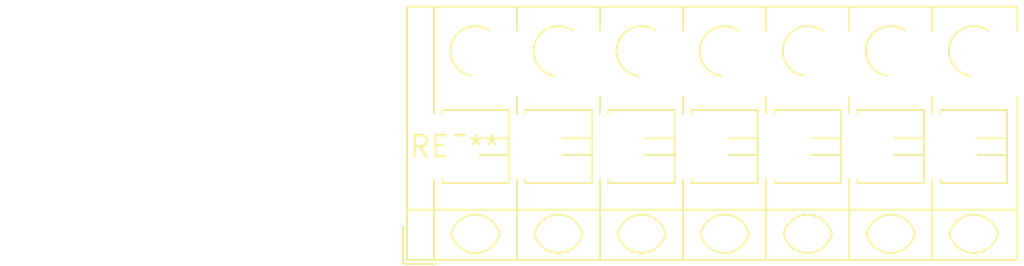
<source format=kicad_pcb>
(kicad_pcb (version 20240108) (generator pcbnew)
  (layers (0 "F.Cu" signal) (31 "B.Cu" signal) (34 "B.Paste" user) (35 "F.Paste" user) (36 "B.SilkS" user "B.Silkscreen") (37 "F.SilkS" user "F.Silkscreen") (38 "B.Mask" user) (39 "F.Mask" user) (44 "Edge.Cuts" user))
  (net 0 "")
  (footprint "TerminalBlock_WAGO_804-107_1x07_P5.00mm_45Degree" (layer "F.Cu") (at 0 0)
    (property "Reference" "REF**")
    (property "Value" "TerminalBlock_WAGO_804-107_1x07_P5.00mm_45Degree")
    (fp_line (start -3.11 4.82) (end -3.11 7.06) (layer "F.SilkS") (stroke (width 0.12)))
    (fp_line (start -3.11 7.06) (end -1.11 7.06) (layer "F.SilkS") (stroke (width 0.12)))
    (fp_line (start -2.87 -8.42) (end -2.87 6.82) (layer "F.SilkS") (stroke (width 0.12)))
    (fp_line (start -2.87 -8.42) (end 33.871 -8.42) (layer "F.SilkS") (stroke (width 0.12)))
    (fp_line (start -2.87 3.8) (end 33.871 3.8) (layer "F.SilkS") (stroke (width 0.12)))
    (fp_line (start -2.87 6.82) (end 33.871 6.82) (layer "F.SilkS") (stroke (width 0.12)))
    (fp_line (start -1.25 -8.42) (end -1.25 -1.98) (layer "F.SilkS") (stroke (width 0.12)))
    (fp_line (start -1.25 1.98) (end -1.25 6.82) (layer "F.SilkS") (stroke (width 0.12)))
    (fp_line (start -0.75 -2.2) (end -0.75 -1.98) (layer "F.SilkS") (stroke (width 0.12)))
    (fp_line (start -0.75 -2.2) (end 3.25 -2.2) (layer "F.SilkS") (stroke (width 0.12)))
    (fp_line (start -0.75 1.98) (end -0.75 2.2) (layer "F.SilkS") (stroke (width 0.12)))
    (fp_line (start -0.75 2.2) (end 3.25 2.2) (layer "F.SilkS") (stroke (width 0.12)))
    (fp_line (start 1.48 -0.5) (end 3.25 -0.5) (layer "F.SilkS") (stroke (width 0.12)))
    (fp_line (start 1.48 0.5) (end 3.25 0.5) (layer "F.SilkS") (stroke (width 0.12)))
    (fp_line (start 3.25 -2.2) (end 3.25 2.2) (layer "F.SilkS") (stroke (width 0.12)))
    (fp_line (start 3.25 -0.5) (end 3.25 0.5) (layer "F.SilkS") (stroke (width 0.12)))
    (fp_line (start 3.75 -8.42) (end 3.75 -6.98) (layer "F.SilkS") (stroke (width 0.12)))
    (fp_line (start 3.75 -3.02) (end 3.75 -1.98) (layer "F.SilkS") (stroke (width 0.12)))
    (fp_line (start 3.75 1.98) (end 3.75 6.82) (layer "F.SilkS") (stroke (width 0.12)))
    (fp_line (start 4.25 -2.2) (end 4.25 -1.98) (layer "F.SilkS") (stroke (width 0.12)))
    (fp_line (start 4.25 -2.2) (end 8.25 -2.2) (layer "F.SilkS") (stroke (width 0.12)))
    (fp_line (start 4.25 1.98) (end 4.25 2.2) (layer "F.SilkS") (stroke (width 0.12)))
    (fp_line (start 4.25 2.2) (end 8.25 2.2) (layer "F.SilkS") (stroke (width 0.12)))
    (fp_line (start 6.48 -0.5) (end 8.25 -0.5) (layer "F.SilkS") (stroke (width 0.12)))
    (fp_line (start 6.48 0.5) (end 8.25 0.5) (layer "F.SilkS") (stroke (width 0.12)))
    (fp_line (start 8.25 -2.2) (end 8.25 2.2) (layer "F.SilkS") (stroke (width 0.12)))
    (fp_line (start 8.25 -0.5) (end 8.25 0.5) (layer "F.SilkS") (stroke (width 0.12)))
    (fp_line (start 8.75 -8.42) (end 8.75 -6.98) (layer "F.SilkS") (stroke (width 0.12)))
    (fp_line (start 8.75 -3.02) (end 8.75 -1.98) (layer "F.SilkS") (stroke (width 0.12)))
    (fp_line (start 8.75 1.98) (end 8.75 6.82) (layer "F.SilkS") (stroke (width 0.12)))
    (fp_line (start 9.25 -2.2) (end 9.25 -1.98) (layer "F.SilkS") (stroke (width 0.12)))
    (fp_line (start 9.25 -2.2) (end 13.25 -2.2) (layer "F.SilkS") (stroke (width 0.12)))
    (fp_line (start 9.25 1.98) (end 9.25 2.2) (layer "F.SilkS") (stroke (width 0.12)))
    (fp_line (start 9.25 2.2) (end 13.25 2.2) (layer "F.SilkS") (stroke (width 0.12)))
    (fp_line (start 11.48 -0.5) (end 13.25 -0.5) (layer "F.SilkS") (stroke (width 0.12)))
    (fp_line (start 11.48 0.5) (end 13.25 0.5) (layer "F.SilkS") (stroke (width 0.12)))
    (fp_line (start 13.25 -2.2) (end 13.25 2.2) (layer "F.SilkS") (stroke (width 0.12)))
    (fp_line (start 13.25 -0.5) (end 13.25 0.5) (layer "F.SilkS") (stroke (width 0.12)))
    (fp_line (start 13.75 -8.42) (end 13.75 -6.98) (layer "F.SilkS") (stroke (width 0.12)))
    (fp_line (start 13.75 -3.02) (end 13.75 -1.98) (layer "F.SilkS") (stroke (width 0.12)))
    (fp_line (start 13.75 1.98) (end 13.75 6.82) (layer "F.SilkS") (stroke (width 0.12)))
    (fp_line (start 14.25 -2.2) (end 14.25 -1.98) (layer "F.SilkS") (stroke (width 0.12)))
    (fp_line (start 14.25 -2.2) (end 18.25 -2.2) (layer "F.SilkS") (stroke (width 0.12)))
    (fp_line (start 14.25 1.98) (end 14.25 2.2) (layer "F.SilkS") (stroke (width 0.12)))
    (fp_line (start 14.25 2.2) (end 18.25 2.2) (layer "F.SilkS") (stroke (width 0.12)))
    (fp_line (start 16.48 -0.5) (end 18.25 -0.5) (layer "F.SilkS") (stroke (width 0.12)))
    (fp_line (start 16.48 0.5) (end 18.25 0.5) (layer "F.SilkS") (stroke (width 0.12)))
    (fp_line (start 18.25 -2.2) (end 18.25 2.2) (layer "F.SilkS") (stroke (width 0.12)))
    (fp_line (start 18.25 -0.5) (end 18.25 0.5) (layer "F.SilkS") (stroke (width 0.12)))
    (fp_line (start 18.75 -8.42) (end 18.75 -6.98) (layer "F.SilkS") (stroke (width 0.12)))
    (fp_line (start 18.75 -3.02) (end 18.75 -1.98) (layer "F.SilkS") (stroke (width 0.12)))
    (fp_line (start 18.75 1.98) (end 18.75 6.82) (layer "F.SilkS") (stroke (width 0.12)))
    (fp_line (start 19.25 -2.2) (end 19.25 -1.98) (layer "F.SilkS") (stroke (width 0.12)))
    (fp_line (start 19.25 -2.2) (end 23.25 -2.2) (layer "F.SilkS") (stroke (width 0.12)))
    (fp_line (start 19.25 1.98) (end 19.25 2.2) (layer "F.SilkS") (stroke (width 0.12)))
    (fp_line (start 19.25 2.2) (end 23.25 2.2) (layer "F.SilkS") (stroke (width 0.12)))
    (fp_line (start 21.48 -0.5) (end 23.25 -0.5) (layer "F.SilkS") (stroke (width 0.12)))
    (fp_line (start 21.48 0.5) (end 23.25 0.5) (layer "F.SilkS") (stroke (width 0.12)))
    (fp_line (start 23.25 -2.2) (end 23.25 2.2) (layer "F.SilkS") (stroke (width 0.12)))
    (fp_line (start 23.25 -0.5) (end 23.25 0.5) (layer "F.SilkS") (stroke (width 0.12)))
    (fp_line (start 23.75 -8.42) (end 23.75 -6.98) (layer "F.SilkS") (stroke (width 0.12)))
    (fp_line (start 23.75 -3.02) (end 23.75 -1.98) (layer "F.SilkS") (stroke (width 0.12)))
    (fp_line (start 23.75 1.98) (end 23.75 6.82) (layer "F.SilkS") (stroke (width 0.12)))
    (fp_line (start 24.25 -2.2) (end 24.25 -1.98) (layer "F.SilkS") (stroke (width 0.12)))
    (fp_line (start 24.25 -2.2) (end 28.25 -2.2) (layer "F.SilkS") (stroke (width 0.12)))
    (fp_line (start 24.25 1.98) (end 24.25 2.2) (layer "F.SilkS") (stroke (width 0.12)))
    (fp_line (start 24.25 2.2) (end 28.25 2.2) (layer "F.SilkS") (stroke (width 0.12)))
    (fp_line (start 26.48 -0.5) (end 28.25 -0.5) (layer "F.SilkS") (stroke (width 0.12)))
    (fp_line (start 26.48 0.5) (end 28.25 0.5) (layer "F.SilkS") (stroke (width 0.12)))
    (fp_line (start 28.25 -2.2) (end 28.25 2.2) (layer "F.SilkS") (stroke (width 0.12)))
    (fp_line (start 28.25 -0.5) (end 28.25 0.5) (layer "F.SilkS") (stroke (width 0.12)))
    (fp_line (start 28.75 -8.42) (end 28.75 -6.98) (layer "F.SilkS") (stroke (width 0.12)))
    (fp_line (start 28.75 -3.02) (end 28.75 -1.98) (layer "F.SilkS") (stroke (width 0.12)))
    (fp_line (start 28.75 1.98) (end 28.75 6.82) (layer "F.SilkS") (stroke (width 0.12)))
    (fp_line (start 29.25 -2.2) (end 29.25 -1.98) (layer "F.SilkS") (stroke (width 0.12)))
    (fp_line (start 29.25 -2.2) (end 33.25 -2.2) (layer "F.SilkS") (stroke (width 0.12)))
    (fp_line (start 29.25 1.98) (end 29.25 2.2) (layer "F.SilkS") (stroke (width 0.12)))
    (fp_line (start 29.25 2.2) (end 33.25 2.2) (layer "F.SilkS") (stroke (width 0.12)))
    (fp_line (start 31.48 -0.5) (end 33.25 -0.5) (layer "F.SilkS") (stroke (width 0.12)))
    (fp_line (start 31.48 0.5) (end 33.25 0.5) (layer "F.SilkS") (stroke (width 0.12)))
    (fp_line (start 33.25 -2.2) (end 33.25 2.2) (layer "F.SilkS") (stroke (width 0.12)))
    (fp_line (start 33.25 -0.5) (end 33.25 0.5) (layer "F.SilkS") (stroke (width 0.12)))
    (fp_line (start 33.871 -8.42) (end 33.871 -6.98) (layer "F.SilkS") (stroke (width 0.12)))
    (fp_line (start 33.871 -3.02) (end 33.871 6.82) (layer "F.SilkS") (stroke (width 0.12)))
    (fp_arc (start -0.200865 5.250424) (mid 1.250296 4.099926) (end 2.701 5.251) (layer "F.SilkS") (stroke (width 0.12)))
    (fp_arc (start 1.040798 -4.264067) (mid -0.146039 -6.300306) (end 2.111 -6.979) (layer "F.SilkS") (stroke (width 0.12)))
    (fp_arc (start 2.7 5.25) (mid 1.250068 6.400101) (end -0.199969 5.250133) (layer "F.SilkS") (stroke (width 0.12)))
    (fp_arc (start 4.799135 5.250424) (mid 6.250296 4.099926) (end 7.701 5.251) (layer "F.SilkS") (stroke (width 0.12)))
    (fp_arc (start 6.040798 -4.264067) (mid 4.853961 -6.300306) (end 7.111 -6.979) (layer "F.SilkS") (stroke (width 0.12)))
    (fp_arc (start 7.7 5.25) (mid 6.250068 6.400101) (end 4.800031 5.250133) (layer "F.SilkS") (stroke (width 0.12)))
    (fp_arc (start 9.799135 5.250424) (mid 11.250296 4.099926) (end 12.701 5.251) (layer "F.SilkS") (stroke (width 0.12)))
    (fp_arc (start 11.040798 -4.264067) (mid 9.853961 -6.300306) (end 12.111 -6.979) (layer "F.SilkS") (stroke (width 0.12)))
    (fp_arc (start 12.7 5.25) (mid 11.250068 6.400101) (end 9.800031 5.250133) (layer "F.SilkS") (stroke (width 0.12)))
    (fp_arc (start 14.799135 5.250424) (mid 16.250296 4.099926) (end 17.701 5.251) (layer "F.SilkS") (stroke (width 0.12)))
    (fp_arc (start 16.040798 -4.264067) (mid 14.853961 -6.300306) (end 17.111 -6.979) (layer "F.SilkS") (stroke (width 0.12)))
    (fp_arc (start 17.7 5.25) (mid 16.250068 6.400101) (end 14.800031 5.250133) (layer "F.SilkS") (stroke (width 0.12)))
    (fp_arc (start 19.799135 5.250424) (mid 21.250296 4.099926) (end 22.701 5.251) (layer "F.SilkS") (stroke (width 0.12)))
    (fp_arc (start 21.040798 -4.264067) (mid 19.853961 -6.300306) (end 22.111 -6.979) (layer "F.SilkS") (stroke (width 0.12)))
    (fp_arc (start 22.7 5.25) (mid 21.250068 6.400101) (end 19.800031 5.250133) (layer "F.SilkS") (stroke (width 0.12)))
    (fp_arc (start 24.799135 5.250424) (mid 26.250296 4.099926) (end 27.701 5.251) (layer "F.SilkS") (stroke (width 0.12)))
    (fp_arc (start 26.040798 -4.264067) (mid 24.853961 -6.300306) (end 27.111 -6.979) (layer "F.SilkS") (stroke (width 0.12)))
    (fp_arc (start 27.7 5.25) (mid 26.250068 6.400101) (end 24.800031 5.250133) (layer "F.SilkS") (stroke (width 0.12)))
    (fp_arc (start 29.799135 5.250424) (mid 31.250296 4.099926) (end 32.701 5.251) (layer "F.SilkS") (stroke (width 0.12)))
    (fp_arc (start 31.040798 -4.264067) (mid 29.853961 -6.300306) (end 32.111 -6.979) (layer "F.SilkS") (stroke (width 0.12)))
    (fp_arc (start 32.701 5.25) (mid 31.250296 6.401074) (end 29.799135 5.250576) (layer "F.SilkS") (stroke (width 0.12)))
    (pad "1" thru_hole rect (at 0 0) (size 2 3) (drill 1.2) (layers *.Cu *.Mask) (remove_unused_layers))
    (pad "1" thru_hole rect (at 2.5 -5) (size 2 3) (drill 1.2) (layers *.Cu *.Mask) (remove_unused_layers))
    (pad "2" thru_hole oval (at 5 0) (size 2 3) (drill 1.2) (layers *.Cu *.Mask) (remove_unused_layers))
    (pad "2" thru_hole oval (at 7.5 -5) (size 2 3) (drill 1.2) (layers *.Cu *.Mask) (remove_unused_layers))
    (pad "3" thru_hole oval (at 10 0) (size 2 3) (drill 1.2) (layers *.Cu *.Mask) (remove_unused_layers))
    (pad "3" thru_hole oval (at 12.5 -5) (size 2 3) (drill 1.2) (layers *.Cu *.Mask) (remove_unused_layers))
    (pad "4" thru_hole oval (at 15 0) (size 2 3) (drill 1.2) (layers *.Cu *.Mask) (remove_unused_layers))
    (pad "4" thru_hole oval (at 17.5 -5) (size 2 3) (drill 1.2) (layers *.Cu *.Mask) (remove_unused_layers))
    (pad "5" thru_hole oval (at 20 0) (size 2 3) (drill 1.2) (layers *.Cu *.Mask) (remove_unused_layers))
    (pad "5" thru_hole oval (at 22.5 -5) (size 2 3) (drill 1.2) (layers *.Cu *.Mask) (remove_unused_layers))
    (pad "6" thru_hole oval (at 25 0) (size 2 3) (drill 1.2) (layers *.Cu *.Mask) (remove_unused_layers))
    (pad "6" thru_hole oval (at 27.5 -5) (size 2 3) (drill 1.2) (layers *.Cu *.Mask) (remove_unused_layers))
    (pad "7" thru_hole oval (at 30 0) (size 2 3) (drill 1.2) (layers *.Cu *.Mask) (remove_unused_layers))
    (pad "7" thru_hole oval (at 32.5 -5) (size 2 3) (drill 1.2) (layers *.Cu *.Mask) (remove_unused_layers))
  )
)
</source>
